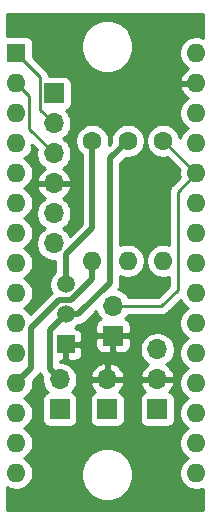
<source format=gbr>
%TF.GenerationSoftware,KiCad,Pcbnew,(5.1.12)-1*%
%TF.CreationDate,2024-12-20T23:38:59+09:00*%
%TF.ProjectId,Cuicuit,43756963-7569-4742-9e6b-696361645f70,rev?*%
%TF.SameCoordinates,Original*%
%TF.FileFunction,Copper,L2,Bot*%
%TF.FilePolarity,Positive*%
%FSLAX46Y46*%
G04 Gerber Fmt 4.6, Leading zero omitted, Abs format (unit mm)*
G04 Created by KiCad (PCBNEW (5.1.12)-1) date 2024-12-20 23:38:59*
%MOMM*%
%LPD*%
G01*
G04 APERTURE LIST*
%TA.AperFunction,ComponentPad*%
%ADD10C,1.600000*%
%TD*%
%TA.AperFunction,ComponentPad*%
%ADD11O,1.600000X1.600000*%
%TD*%
%TA.AperFunction,ComponentPad*%
%ADD12C,1.500000*%
%TD*%
%TA.AperFunction,ComponentPad*%
%ADD13R,1.500000X1.500000*%
%TD*%
%TA.AperFunction,ComponentPad*%
%ADD14R,1.600000X1.600000*%
%TD*%
%TA.AperFunction,ComponentPad*%
%ADD15R,1.700000X1.700000*%
%TD*%
%TA.AperFunction,ComponentPad*%
%ADD16O,1.700000X1.700000*%
%TD*%
%TA.AperFunction,Conductor*%
%ADD17C,0.500000*%
%TD*%
%TA.AperFunction,Conductor*%
%ADD18C,0.250000*%
%TD*%
%TA.AperFunction,Conductor*%
%ADD19C,0.254000*%
%TD*%
%TA.AperFunction,Conductor*%
%ADD20C,0.100000*%
%TD*%
G04 APERTURE END LIST*
D10*
%TO.P,1N4007,1*%
%TO.N,Net-(1N4007-Pad1)*%
X140540000Y-118180000D03*
D11*
%TO.P,1N4007,2*%
%TO.N,+3.3VADC*%
X140540000Y-128340000D03*
%TD*%
D12*
%TO.P,2SC1815,2*%
%TO.N,Net-(1N4007-Pad1)*%
X135290000Y-132890000D03*
%TO.P,2SC1815,3*%
%TO.N,Net-(2SC1815-Pad3)*%
X135290000Y-130350000D03*
D13*
%TO.P,2SC1815,1*%
%TO.N,0*%
X135290000Y-135430000D03*
%TD*%
D14*
%TO.P,Arduino_nano_33_ble1,1*%
%TO.N,RX*%
X131095001Y-110765001D03*
D11*
%TO.P,Arduino_nano_33_ble1,17*%
%TO.N,+3.3VADC*%
X146335001Y-143785001D03*
%TO.P,Arduino_nano_33_ble1,2*%
%TO.N,TX*%
X131095001Y-113305001D03*
%TO.P,Arduino_nano_33_ble1,18*%
%TO.N,Net-(Arduino_nano_33_ble1-Pad18)*%
X146335001Y-141245001D03*
%TO.P,Arduino_nano_33_ble1,3*%
%TO.N,Net-(Arduino_nano_33_ble1-Pad3)*%
X131095001Y-115845001D03*
%TO.P,Arduino_nano_33_ble1,19*%
%TO.N,Net-(Arduino_nano_33_ble1-Pad19)*%
X146335001Y-138705001D03*
%TO.P,Arduino_nano_33_ble1,4*%
%TO.N,0*%
X131095001Y-118385001D03*
%TO.P,Arduino_nano_33_ble1,20*%
%TO.N,Net-(Arduino_nano_33_ble1-Pad20)*%
X146335001Y-136165001D03*
%TO.P,Arduino_nano_33_ble1,5*%
%TO.N,Net-(Arduino_nano_33_ble1-Pad5)*%
X131095001Y-120925001D03*
%TO.P,Arduino_nano_33_ble1,21*%
%TO.N,Net-(Arduino_nano_33_ble1-Pad21)*%
X146335001Y-133625001D03*
%TO.P,Arduino_nano_33_ble1,6*%
%TO.N,Net-(Arduino_nano_33_ble1-Pad6)*%
X131095001Y-123465001D03*
%TO.P,Arduino_nano_33_ble1,22*%
%TO.N,Net-(Arduino_nano_33_ble1-Pad22)*%
X146335001Y-131085001D03*
%TO.P,Arduino_nano_33_ble1,7*%
%TO.N,Net-(Arduino_nano_33_ble1-Pad7)*%
X131095001Y-126005001D03*
%TO.P,Arduino_nano_33_ble1,23*%
%TO.N,Net-(Arduino_nano_33_ble1-Pad23)*%
X146335001Y-128545001D03*
%TO.P,Arduino_nano_33_ble1,8*%
%TO.N,Net-(Arduino_nano_33_ble1-Pad8)*%
X131095001Y-128545001D03*
%TO.P,Arduino_nano_33_ble1,24*%
%TO.N,Net-(Arduino_nano_33_ble1-Pad24)*%
X146335001Y-126005001D03*
%TO.P,Arduino_nano_33_ble1,9*%
%TO.N,Net-(Arduino_nano_33_ble1-Pad9)*%
X131095001Y-131085001D03*
%TO.P,Arduino_nano_33_ble1,25*%
%TO.N,Net-(Arduino_nano_33_ble1-Pad25)*%
X146335001Y-123465001D03*
%TO.P,Arduino_nano_33_ble1,10*%
%TO.N,Net-(Arduino_nano_33_ble1-Pad10)*%
X131095001Y-133625001D03*
%TO.P,Arduino_nano_33_ble1,26*%
%TO.N,A7*%
X146335001Y-120925001D03*
%TO.P,Arduino_nano_33_ble1,11*%
%TO.N,Net-(Arduino_nano_33_ble1-Pad11)*%
X131095001Y-136165001D03*
%TO.P,Arduino_nano_33_ble1,27*%
%TO.N,Net-(Arduino_nano_33_ble1-Pad27)*%
X146335001Y-118385001D03*
%TO.P,Arduino_nano_33_ble1,12*%
%TO.N,D9*%
X131095001Y-138705001D03*
%TO.P,Arduino_nano_33_ble1,28*%
%TO.N,Net-(Arduino_nano_33_ble1-Pad28)*%
X146335001Y-115845001D03*
%TO.P,Arduino_nano_33_ble1,13*%
%TO.N,Net-(Arduino_nano_33_ble1-Pad13)*%
X131095001Y-141245001D03*
%TO.P,Arduino_nano_33_ble1,29*%
%TO.N,0*%
X146335001Y-113305001D03*
%TO.P,Arduino_nano_33_ble1,14*%
%TO.N,Net-(Arduino_nano_33_ble1-Pad14)*%
X131095001Y-143785001D03*
%TO.P,Arduino_nano_33_ble1,30*%
%TO.N,Net-(Arduino_nano_33_ble1-Pad30)*%
X146335001Y-110765001D03*
%TO.P,Arduino_nano_33_ble1,15*%
%TO.N,Net-(Arduino_nano_33_ble1-Pad15)*%
X131095001Y-146325001D03*
%TO.P,Arduino_nano_33_ble1,16*%
%TO.N,Net-(Arduino_nano_33_ble1-Pad16)*%
X146335001Y-146325001D03*
%TD*%
D15*
%TO.P,Bend,1*%
%TO.N,0*%
X139290000Y-134680000D03*
D16*
%TO.P,Bend,2*%
%TO.N,A7*%
X139290000Y-132140000D03*
%TD*%
D15*
%TO.P,BLE,1*%
%TO.N,Net-(Bluetooth1-Pad1)*%
X134290000Y-114180000D03*
D16*
%TO.P,BLE,2*%
%TO.N,RX*%
X134290000Y-116720000D03*
%TO.P,BLE,3*%
%TO.N,TX*%
X134290000Y-119260000D03*
%TO.P,BLE,4*%
%TO.N,0*%
X134290000Y-121800000D03*
%TO.P,BLE,5*%
%TO.N,+3.3VADC*%
X134290000Y-124340000D03*
%TO.P,BLE,6*%
%TO.N,Net-(Bluetooth1-Pad6)*%
X134290000Y-126880000D03*
%TD*%
D15*
%TO.P,DCDC,1*%
%TO.N,+3V0*%
X143040000Y-140930000D03*
D16*
%TO.P,DCDC,2*%
%TO.N,0*%
X143040000Y-138390000D03*
%TO.P,DCDC,3*%
%TO.N,+3.3VADC*%
X143040000Y-135850000D03*
%TD*%
%TO.P,Motor,2*%
%TO.N,Net-(1N4007-Pad1)*%
X134790000Y-138390000D03*
D15*
%TO.P,Motor,1*%
%TO.N,+3.3VADC*%
X134790000Y-140930000D03*
%TD*%
D11*
%TO.P,R1,2*%
%TO.N,+3.3VADC*%
X143540000Y-128340000D03*
D10*
%TO.P,R1,1*%
%TO.N,A7*%
X143540000Y-118180000D03*
%TD*%
%TO.P,R2,1*%
%TO.N,Net-(2SC1815-Pad3)*%
X137540000Y-118180000D03*
D11*
%TO.P,R2,2*%
%TO.N,D9*%
X137540000Y-128340000D03*
%TD*%
D15*
%TO.P,PW,1*%
%TO.N,+3V0*%
X138790000Y-140930000D03*
D16*
%TO.P,PW,2*%
%TO.N,0*%
X138790000Y-138390000D03*
%TD*%
D17*
%TO.N,Net-(1N4007-Pad1)*%
X133940001Y-137540001D02*
X134790000Y-138390000D01*
X133940001Y-134239999D02*
X133940001Y-137540001D01*
X135290000Y-132890000D02*
X133940001Y-134239999D01*
X139040000Y-119680000D02*
X140540000Y-118180000D01*
X139040000Y-130200660D02*
X139040000Y-119680000D01*
X136350660Y-132890000D02*
X139040000Y-130200660D01*
X135290000Y-132890000D02*
X136350660Y-132890000D01*
%TO.N,Net-(2SC1815-Pad3)*%
X135290000Y-127804002D02*
X135290000Y-130350000D01*
X137540000Y-125554002D02*
X135290000Y-127804002D01*
X137540000Y-118180000D02*
X137540000Y-125554002D01*
D18*
%TO.N,RX*%
X133114999Y-115544999D02*
X134290000Y-116720000D01*
X133114999Y-112784999D02*
X133114999Y-115544999D01*
X131095001Y-110765001D02*
X133114999Y-112784999D01*
%TO.N,TX*%
X132220002Y-117190002D02*
X134290000Y-119260000D01*
X132220002Y-114430002D02*
X132220002Y-117190002D01*
X131095001Y-113305001D02*
X132220002Y-114430002D01*
%TO.N,A7*%
X143316000Y-132140000D02*
X139290000Y-132140000D01*
X143383000Y-132207000D02*
X143316000Y-132140000D01*
X144780000Y-130810000D02*
X143383000Y-132207000D01*
X144780000Y-122480002D02*
X144780000Y-130810000D01*
X146335001Y-120925001D02*
X144780000Y-122480002D01*
X146285001Y-120925001D02*
X146335001Y-120925001D01*
X143540000Y-118180000D02*
X146285001Y-120925001D01*
D17*
%TO.N,D9*%
X132345002Y-137455000D02*
X131095001Y-138705001D01*
X132345002Y-134058996D02*
X132345002Y-137455000D01*
X135726003Y-131689999D02*
X134713999Y-131689999D01*
X137540000Y-129876002D02*
X135726003Y-131689999D01*
X134713999Y-131689999D02*
X132345002Y-134058996D01*
X137540000Y-128340000D02*
X137540000Y-129876002D01*
%TD*%
D19*
%TO.N,0*%
X145063321Y-131764728D02*
X145220364Y-131999760D01*
X145420242Y-132199638D01*
X145652760Y-132355001D01*
X145420242Y-132510364D01*
X145220364Y-132710242D01*
X145063321Y-132945274D01*
X144955148Y-133206427D01*
X144900001Y-133483666D01*
X144900001Y-133766336D01*
X144955148Y-134043575D01*
X145063321Y-134304728D01*
X145220364Y-134539760D01*
X145420242Y-134739638D01*
X145652760Y-134895001D01*
X145420242Y-135050364D01*
X145220364Y-135250242D01*
X145063321Y-135485274D01*
X144955148Y-135746427D01*
X144900001Y-136023666D01*
X144900001Y-136306336D01*
X144955148Y-136583575D01*
X145063321Y-136844728D01*
X145220364Y-137079760D01*
X145420242Y-137279638D01*
X145652760Y-137435001D01*
X145420242Y-137590364D01*
X145220364Y-137790242D01*
X145063321Y-138025274D01*
X144955148Y-138286427D01*
X144900001Y-138563666D01*
X144900001Y-138846336D01*
X144955148Y-139123575D01*
X145063321Y-139384728D01*
X145220364Y-139619760D01*
X145420242Y-139819638D01*
X145652760Y-139975001D01*
X145420242Y-140130364D01*
X145220364Y-140330242D01*
X145063321Y-140565274D01*
X144955148Y-140826427D01*
X144900001Y-141103666D01*
X144900001Y-141386336D01*
X144955148Y-141663575D01*
X145063321Y-141924728D01*
X145220364Y-142159760D01*
X145420242Y-142359638D01*
X145652760Y-142515001D01*
X145420242Y-142670364D01*
X145220364Y-142870242D01*
X145063321Y-143105274D01*
X144955148Y-143366427D01*
X144900001Y-143643666D01*
X144900001Y-143926336D01*
X144955148Y-144203575D01*
X145063321Y-144464728D01*
X145220364Y-144699760D01*
X145420242Y-144899638D01*
X145652760Y-145055001D01*
X145420242Y-145210364D01*
X145220364Y-145410242D01*
X145063321Y-145645274D01*
X144955148Y-145906427D01*
X144900001Y-146183666D01*
X144900001Y-146466336D01*
X144955148Y-146743575D01*
X145063321Y-147004728D01*
X145220364Y-147239760D01*
X145420242Y-147439638D01*
X145655274Y-147596681D01*
X145916427Y-147704854D01*
X146193666Y-147760001D01*
X146476336Y-147760001D01*
X146753575Y-147704854D01*
X146913000Y-147638818D01*
X146913000Y-149445000D01*
X130275000Y-149445000D01*
X130275000Y-147502953D01*
X130415274Y-147596681D01*
X130676427Y-147704854D01*
X130953666Y-147760001D01*
X131236336Y-147760001D01*
X131513575Y-147704854D01*
X131774728Y-147596681D01*
X132009760Y-147439638D01*
X132209638Y-147239760D01*
X132366681Y-147004728D01*
X132474854Y-146743575D01*
X132530001Y-146466336D01*
X132530001Y-146209872D01*
X136555000Y-146209872D01*
X136555000Y-146650128D01*
X136640890Y-147081925D01*
X136809369Y-147488669D01*
X137053962Y-147854729D01*
X137365271Y-148166038D01*
X137731331Y-148410631D01*
X138138075Y-148579110D01*
X138569872Y-148665000D01*
X139010128Y-148665000D01*
X139441925Y-148579110D01*
X139848669Y-148410631D01*
X140214729Y-148166038D01*
X140526038Y-147854729D01*
X140770631Y-147488669D01*
X140939110Y-147081925D01*
X141025000Y-146650128D01*
X141025000Y-146209872D01*
X140939110Y-145778075D01*
X140770631Y-145371331D01*
X140526038Y-145005271D01*
X140214729Y-144693962D01*
X139848669Y-144449369D01*
X139441925Y-144280890D01*
X139010128Y-144195000D01*
X138569872Y-144195000D01*
X138138075Y-144280890D01*
X137731331Y-144449369D01*
X137365271Y-144693962D01*
X137053962Y-145005271D01*
X136809369Y-145371331D01*
X136640890Y-145778075D01*
X136555000Y-146209872D01*
X132530001Y-146209872D01*
X132530001Y-146183666D01*
X132474854Y-145906427D01*
X132366681Y-145645274D01*
X132209638Y-145410242D01*
X132009760Y-145210364D01*
X131777242Y-145055001D01*
X132009760Y-144899638D01*
X132209638Y-144699760D01*
X132366681Y-144464728D01*
X132474854Y-144203575D01*
X132530001Y-143926336D01*
X132530001Y-143643666D01*
X132474854Y-143366427D01*
X132366681Y-143105274D01*
X132209638Y-142870242D01*
X132009760Y-142670364D01*
X131777242Y-142515001D01*
X132009760Y-142359638D01*
X132209638Y-142159760D01*
X132366681Y-141924728D01*
X132474854Y-141663575D01*
X132530001Y-141386336D01*
X132530001Y-141103666D01*
X132474854Y-140826427D01*
X132366681Y-140565274D01*
X132209638Y-140330242D01*
X132009760Y-140130364D01*
X131777242Y-139975001D01*
X132009760Y-139819638D01*
X132209638Y-139619760D01*
X132366681Y-139384728D01*
X132474854Y-139123575D01*
X132530001Y-138846336D01*
X132530001Y-138563666D01*
X132523018Y-138528562D01*
X132940051Y-138111530D01*
X132973819Y-138083817D01*
X133021865Y-138025274D01*
X133060212Y-137978548D01*
X133084413Y-137949059D01*
X133119785Y-137882881D01*
X133200591Y-138034060D01*
X133283469Y-138135047D01*
X133283472Y-138135050D01*
X133311185Y-138168818D01*
X133318680Y-138174969D01*
X133305000Y-138243740D01*
X133305000Y-138536260D01*
X133362068Y-138823158D01*
X133474010Y-139093411D01*
X133636525Y-139336632D01*
X133768380Y-139468487D01*
X133695820Y-139490498D01*
X133585506Y-139549463D01*
X133488815Y-139628815D01*
X133409463Y-139725506D01*
X133350498Y-139835820D01*
X133314188Y-139955518D01*
X133301928Y-140080000D01*
X133301928Y-141780000D01*
X133314188Y-141904482D01*
X133350498Y-142024180D01*
X133409463Y-142134494D01*
X133488815Y-142231185D01*
X133585506Y-142310537D01*
X133695820Y-142369502D01*
X133815518Y-142405812D01*
X133940000Y-142418072D01*
X135640000Y-142418072D01*
X135764482Y-142405812D01*
X135884180Y-142369502D01*
X135994494Y-142310537D01*
X136091185Y-142231185D01*
X136170537Y-142134494D01*
X136229502Y-142024180D01*
X136265812Y-141904482D01*
X136278072Y-141780000D01*
X136278072Y-140080000D01*
X137301928Y-140080000D01*
X137301928Y-141780000D01*
X137314188Y-141904482D01*
X137350498Y-142024180D01*
X137409463Y-142134494D01*
X137488815Y-142231185D01*
X137585506Y-142310537D01*
X137695820Y-142369502D01*
X137815518Y-142405812D01*
X137940000Y-142418072D01*
X139640000Y-142418072D01*
X139764482Y-142405812D01*
X139884180Y-142369502D01*
X139994494Y-142310537D01*
X140091185Y-142231185D01*
X140170537Y-142134494D01*
X140229502Y-142024180D01*
X140265812Y-141904482D01*
X140278072Y-141780000D01*
X140278072Y-140080000D01*
X141551928Y-140080000D01*
X141551928Y-141780000D01*
X141564188Y-141904482D01*
X141600498Y-142024180D01*
X141659463Y-142134494D01*
X141738815Y-142231185D01*
X141835506Y-142310537D01*
X141945820Y-142369502D01*
X142065518Y-142405812D01*
X142190000Y-142418072D01*
X143890000Y-142418072D01*
X144014482Y-142405812D01*
X144134180Y-142369502D01*
X144244494Y-142310537D01*
X144341185Y-142231185D01*
X144420537Y-142134494D01*
X144479502Y-142024180D01*
X144515812Y-141904482D01*
X144528072Y-141780000D01*
X144528072Y-140080000D01*
X144515812Y-139955518D01*
X144479502Y-139835820D01*
X144420537Y-139725506D01*
X144341185Y-139628815D01*
X144244494Y-139549463D01*
X144134180Y-139490498D01*
X144053534Y-139466034D01*
X144137588Y-139390269D01*
X144311641Y-139156920D01*
X144436825Y-138894099D01*
X144481476Y-138746890D01*
X144360155Y-138517000D01*
X143167000Y-138517000D01*
X143167000Y-138537000D01*
X142913000Y-138537000D01*
X142913000Y-138517000D01*
X141719845Y-138517000D01*
X141598524Y-138746890D01*
X141643175Y-138894099D01*
X141768359Y-139156920D01*
X141942412Y-139390269D01*
X142026466Y-139466034D01*
X141945820Y-139490498D01*
X141835506Y-139549463D01*
X141738815Y-139628815D01*
X141659463Y-139725506D01*
X141600498Y-139835820D01*
X141564188Y-139955518D01*
X141551928Y-140080000D01*
X140278072Y-140080000D01*
X140265812Y-139955518D01*
X140229502Y-139835820D01*
X140170537Y-139725506D01*
X140091185Y-139628815D01*
X139994494Y-139549463D01*
X139884180Y-139490498D01*
X139803534Y-139466034D01*
X139887588Y-139390269D01*
X140061641Y-139156920D01*
X140186825Y-138894099D01*
X140231476Y-138746890D01*
X140110155Y-138517000D01*
X138917000Y-138517000D01*
X138917000Y-138537000D01*
X138663000Y-138537000D01*
X138663000Y-138517000D01*
X137469845Y-138517000D01*
X137348524Y-138746890D01*
X137393175Y-138894099D01*
X137518359Y-139156920D01*
X137692412Y-139390269D01*
X137776466Y-139466034D01*
X137695820Y-139490498D01*
X137585506Y-139549463D01*
X137488815Y-139628815D01*
X137409463Y-139725506D01*
X137350498Y-139835820D01*
X137314188Y-139955518D01*
X137301928Y-140080000D01*
X136278072Y-140080000D01*
X136265812Y-139955518D01*
X136229502Y-139835820D01*
X136170537Y-139725506D01*
X136091185Y-139628815D01*
X135994494Y-139549463D01*
X135884180Y-139490498D01*
X135811620Y-139468487D01*
X135943475Y-139336632D01*
X136105990Y-139093411D01*
X136217932Y-138823158D01*
X136275000Y-138536260D01*
X136275000Y-138243740D01*
X136233103Y-138033110D01*
X137348524Y-138033110D01*
X137469845Y-138263000D01*
X138663000Y-138263000D01*
X138663000Y-137069186D01*
X138917000Y-137069186D01*
X138917000Y-138263000D01*
X140110155Y-138263000D01*
X140231476Y-138033110D01*
X140186825Y-137885901D01*
X140061641Y-137623080D01*
X139887588Y-137389731D01*
X139671355Y-137194822D01*
X139421252Y-137045843D01*
X139146891Y-136948519D01*
X138917000Y-137069186D01*
X138663000Y-137069186D01*
X138433109Y-136948519D01*
X138158748Y-137045843D01*
X137908645Y-137194822D01*
X137692412Y-137389731D01*
X137518359Y-137623080D01*
X137393175Y-137885901D01*
X137348524Y-138033110D01*
X136233103Y-138033110D01*
X136217932Y-137956842D01*
X136105990Y-137686589D01*
X135943475Y-137443368D01*
X135736632Y-137236525D01*
X135493411Y-137074010D01*
X135223158Y-136962068D01*
X134936260Y-136905000D01*
X134825001Y-136905000D01*
X134825001Y-136816186D01*
X135004250Y-136815000D01*
X135163000Y-136656250D01*
X135163000Y-135557000D01*
X135417000Y-135557000D01*
X135417000Y-136656250D01*
X135575750Y-136815000D01*
X136040000Y-136818072D01*
X136164482Y-136805812D01*
X136284180Y-136769502D01*
X136394494Y-136710537D01*
X136491185Y-136631185D01*
X136570537Y-136534494D01*
X136629502Y-136424180D01*
X136665812Y-136304482D01*
X136678072Y-136180000D01*
X136675000Y-135715750D01*
X136516250Y-135557000D01*
X135417000Y-135557000D01*
X135163000Y-135557000D01*
X135143000Y-135557000D01*
X135143000Y-135530000D01*
X137801928Y-135530000D01*
X137814188Y-135654482D01*
X137850498Y-135774180D01*
X137909463Y-135884494D01*
X137988815Y-135981185D01*
X138085506Y-136060537D01*
X138195820Y-136119502D01*
X138315518Y-136155812D01*
X138440000Y-136168072D01*
X139004250Y-136165000D01*
X139163000Y-136006250D01*
X139163000Y-134807000D01*
X139417000Y-134807000D01*
X139417000Y-136006250D01*
X139575750Y-136165000D01*
X140140000Y-136168072D01*
X140264482Y-136155812D01*
X140384180Y-136119502D01*
X140494494Y-136060537D01*
X140591185Y-135981185D01*
X140670537Y-135884494D01*
X140729502Y-135774180D01*
X140750869Y-135703740D01*
X141555000Y-135703740D01*
X141555000Y-135996260D01*
X141612068Y-136283158D01*
X141724010Y-136553411D01*
X141886525Y-136796632D01*
X142093368Y-137003475D01*
X142275534Y-137125195D01*
X142158645Y-137194822D01*
X141942412Y-137389731D01*
X141768359Y-137623080D01*
X141643175Y-137885901D01*
X141598524Y-138033110D01*
X141719845Y-138263000D01*
X142913000Y-138263000D01*
X142913000Y-138243000D01*
X143167000Y-138243000D01*
X143167000Y-138263000D01*
X144360155Y-138263000D01*
X144481476Y-138033110D01*
X144436825Y-137885901D01*
X144311641Y-137623080D01*
X144137588Y-137389731D01*
X143921355Y-137194822D01*
X143804466Y-137125195D01*
X143986632Y-137003475D01*
X144193475Y-136796632D01*
X144355990Y-136553411D01*
X144467932Y-136283158D01*
X144525000Y-135996260D01*
X144525000Y-135703740D01*
X144467932Y-135416842D01*
X144355990Y-135146589D01*
X144193475Y-134903368D01*
X143986632Y-134696525D01*
X143743411Y-134534010D01*
X143473158Y-134422068D01*
X143186260Y-134365000D01*
X142893740Y-134365000D01*
X142606842Y-134422068D01*
X142336589Y-134534010D01*
X142093368Y-134696525D01*
X141886525Y-134903368D01*
X141724010Y-135146589D01*
X141612068Y-135416842D01*
X141555000Y-135703740D01*
X140750869Y-135703740D01*
X140765812Y-135654482D01*
X140778072Y-135530000D01*
X140775000Y-134965750D01*
X140616250Y-134807000D01*
X139417000Y-134807000D01*
X139163000Y-134807000D01*
X137963750Y-134807000D01*
X137805000Y-134965750D01*
X137801928Y-135530000D01*
X135143000Y-135530000D01*
X135143000Y-135303000D01*
X135163000Y-135303000D01*
X135163000Y-135283000D01*
X135417000Y-135283000D01*
X135417000Y-135303000D01*
X136516250Y-135303000D01*
X136675000Y-135144250D01*
X136678072Y-134680000D01*
X136665812Y-134555518D01*
X136629502Y-134435820D01*
X136570537Y-134325506D01*
X136491185Y-134228815D01*
X136394494Y-134149463D01*
X136284180Y-134090498D01*
X136164482Y-134054188D01*
X136056517Y-134043555D01*
X136172886Y-133965799D01*
X136360359Y-133778326D01*
X136394129Y-133775000D01*
X136394137Y-133775000D01*
X136524150Y-133762195D01*
X136690973Y-133711589D01*
X136844719Y-133629411D01*
X136979477Y-133518817D01*
X137007194Y-133485044D01*
X137878766Y-132613472D01*
X137974010Y-132843411D01*
X138136525Y-133086632D01*
X138268380Y-133218487D01*
X138195820Y-133240498D01*
X138085506Y-133299463D01*
X137988815Y-133378815D01*
X137909463Y-133475506D01*
X137850498Y-133585820D01*
X137814188Y-133705518D01*
X137801928Y-133830000D01*
X137805000Y-134394250D01*
X137963750Y-134553000D01*
X139163000Y-134553000D01*
X139163000Y-134533000D01*
X139417000Y-134533000D01*
X139417000Y-134553000D01*
X140616250Y-134553000D01*
X140775000Y-134394250D01*
X140778072Y-133830000D01*
X140765812Y-133705518D01*
X140729502Y-133585820D01*
X140670537Y-133475506D01*
X140591185Y-133378815D01*
X140494494Y-133299463D01*
X140384180Y-133240498D01*
X140311620Y-133218487D01*
X140443475Y-133086632D01*
X140568178Y-132900000D01*
X143067282Y-132900000D01*
X143090754Y-132912546D01*
X143198648Y-132945274D01*
X143234014Y-132956002D01*
X143382999Y-132970676D01*
X143383000Y-132970676D01*
X143531985Y-132956002D01*
X143675246Y-132912546D01*
X143807276Y-132841974D01*
X143894002Y-132770799D01*
X143894007Y-132770794D01*
X143923000Y-132747000D01*
X143946793Y-132718008D01*
X145015507Y-131649295D01*
X145063321Y-131764728D01*
%TA.AperFunction,Conductor*%
D20*
G36*
X145063321Y-131764728D02*
G01*
X145220364Y-131999760D01*
X145420242Y-132199638D01*
X145652760Y-132355001D01*
X145420242Y-132510364D01*
X145220364Y-132710242D01*
X145063321Y-132945274D01*
X144955148Y-133206427D01*
X144900001Y-133483666D01*
X144900001Y-133766336D01*
X144955148Y-134043575D01*
X145063321Y-134304728D01*
X145220364Y-134539760D01*
X145420242Y-134739638D01*
X145652760Y-134895001D01*
X145420242Y-135050364D01*
X145220364Y-135250242D01*
X145063321Y-135485274D01*
X144955148Y-135746427D01*
X144900001Y-136023666D01*
X144900001Y-136306336D01*
X144955148Y-136583575D01*
X145063321Y-136844728D01*
X145220364Y-137079760D01*
X145420242Y-137279638D01*
X145652760Y-137435001D01*
X145420242Y-137590364D01*
X145220364Y-137790242D01*
X145063321Y-138025274D01*
X144955148Y-138286427D01*
X144900001Y-138563666D01*
X144900001Y-138846336D01*
X144955148Y-139123575D01*
X145063321Y-139384728D01*
X145220364Y-139619760D01*
X145420242Y-139819638D01*
X145652760Y-139975001D01*
X145420242Y-140130364D01*
X145220364Y-140330242D01*
X145063321Y-140565274D01*
X144955148Y-140826427D01*
X144900001Y-141103666D01*
X144900001Y-141386336D01*
X144955148Y-141663575D01*
X145063321Y-141924728D01*
X145220364Y-142159760D01*
X145420242Y-142359638D01*
X145652760Y-142515001D01*
X145420242Y-142670364D01*
X145220364Y-142870242D01*
X145063321Y-143105274D01*
X144955148Y-143366427D01*
X144900001Y-143643666D01*
X144900001Y-143926336D01*
X144955148Y-144203575D01*
X145063321Y-144464728D01*
X145220364Y-144699760D01*
X145420242Y-144899638D01*
X145652760Y-145055001D01*
X145420242Y-145210364D01*
X145220364Y-145410242D01*
X145063321Y-145645274D01*
X144955148Y-145906427D01*
X144900001Y-146183666D01*
X144900001Y-146466336D01*
X144955148Y-146743575D01*
X145063321Y-147004728D01*
X145220364Y-147239760D01*
X145420242Y-147439638D01*
X145655274Y-147596681D01*
X145916427Y-147704854D01*
X146193666Y-147760001D01*
X146476336Y-147760001D01*
X146753575Y-147704854D01*
X146913000Y-147638818D01*
X146913000Y-149445000D01*
X130275000Y-149445000D01*
X130275000Y-147502953D01*
X130415274Y-147596681D01*
X130676427Y-147704854D01*
X130953666Y-147760001D01*
X131236336Y-147760001D01*
X131513575Y-147704854D01*
X131774728Y-147596681D01*
X132009760Y-147439638D01*
X132209638Y-147239760D01*
X132366681Y-147004728D01*
X132474854Y-146743575D01*
X132530001Y-146466336D01*
X132530001Y-146209872D01*
X136555000Y-146209872D01*
X136555000Y-146650128D01*
X136640890Y-147081925D01*
X136809369Y-147488669D01*
X137053962Y-147854729D01*
X137365271Y-148166038D01*
X137731331Y-148410631D01*
X138138075Y-148579110D01*
X138569872Y-148665000D01*
X139010128Y-148665000D01*
X139441925Y-148579110D01*
X139848669Y-148410631D01*
X140214729Y-148166038D01*
X140526038Y-147854729D01*
X140770631Y-147488669D01*
X140939110Y-147081925D01*
X141025000Y-146650128D01*
X141025000Y-146209872D01*
X140939110Y-145778075D01*
X140770631Y-145371331D01*
X140526038Y-145005271D01*
X140214729Y-144693962D01*
X139848669Y-144449369D01*
X139441925Y-144280890D01*
X139010128Y-144195000D01*
X138569872Y-144195000D01*
X138138075Y-144280890D01*
X137731331Y-144449369D01*
X137365271Y-144693962D01*
X137053962Y-145005271D01*
X136809369Y-145371331D01*
X136640890Y-145778075D01*
X136555000Y-146209872D01*
X132530001Y-146209872D01*
X132530001Y-146183666D01*
X132474854Y-145906427D01*
X132366681Y-145645274D01*
X132209638Y-145410242D01*
X132009760Y-145210364D01*
X131777242Y-145055001D01*
X132009760Y-144899638D01*
X132209638Y-144699760D01*
X132366681Y-144464728D01*
X132474854Y-144203575D01*
X132530001Y-143926336D01*
X132530001Y-143643666D01*
X132474854Y-143366427D01*
X132366681Y-143105274D01*
X132209638Y-142870242D01*
X132009760Y-142670364D01*
X131777242Y-142515001D01*
X132009760Y-142359638D01*
X132209638Y-142159760D01*
X132366681Y-141924728D01*
X132474854Y-141663575D01*
X132530001Y-141386336D01*
X132530001Y-141103666D01*
X132474854Y-140826427D01*
X132366681Y-140565274D01*
X132209638Y-140330242D01*
X132009760Y-140130364D01*
X131777242Y-139975001D01*
X132009760Y-139819638D01*
X132209638Y-139619760D01*
X132366681Y-139384728D01*
X132474854Y-139123575D01*
X132530001Y-138846336D01*
X132530001Y-138563666D01*
X132523018Y-138528562D01*
X132940051Y-138111530D01*
X132973819Y-138083817D01*
X133021865Y-138025274D01*
X133060212Y-137978548D01*
X133084413Y-137949059D01*
X133119785Y-137882881D01*
X133200591Y-138034060D01*
X133283469Y-138135047D01*
X133283472Y-138135050D01*
X133311185Y-138168818D01*
X133318680Y-138174969D01*
X133305000Y-138243740D01*
X133305000Y-138536260D01*
X133362068Y-138823158D01*
X133474010Y-139093411D01*
X133636525Y-139336632D01*
X133768380Y-139468487D01*
X133695820Y-139490498D01*
X133585506Y-139549463D01*
X133488815Y-139628815D01*
X133409463Y-139725506D01*
X133350498Y-139835820D01*
X133314188Y-139955518D01*
X133301928Y-140080000D01*
X133301928Y-141780000D01*
X133314188Y-141904482D01*
X133350498Y-142024180D01*
X133409463Y-142134494D01*
X133488815Y-142231185D01*
X133585506Y-142310537D01*
X133695820Y-142369502D01*
X133815518Y-142405812D01*
X133940000Y-142418072D01*
X135640000Y-142418072D01*
X135764482Y-142405812D01*
X135884180Y-142369502D01*
X135994494Y-142310537D01*
X136091185Y-142231185D01*
X136170537Y-142134494D01*
X136229502Y-142024180D01*
X136265812Y-141904482D01*
X136278072Y-141780000D01*
X136278072Y-140080000D01*
X137301928Y-140080000D01*
X137301928Y-141780000D01*
X137314188Y-141904482D01*
X137350498Y-142024180D01*
X137409463Y-142134494D01*
X137488815Y-142231185D01*
X137585506Y-142310537D01*
X137695820Y-142369502D01*
X137815518Y-142405812D01*
X137940000Y-142418072D01*
X139640000Y-142418072D01*
X139764482Y-142405812D01*
X139884180Y-142369502D01*
X139994494Y-142310537D01*
X140091185Y-142231185D01*
X140170537Y-142134494D01*
X140229502Y-142024180D01*
X140265812Y-141904482D01*
X140278072Y-141780000D01*
X140278072Y-140080000D01*
X141551928Y-140080000D01*
X141551928Y-141780000D01*
X141564188Y-141904482D01*
X141600498Y-142024180D01*
X141659463Y-142134494D01*
X141738815Y-142231185D01*
X141835506Y-142310537D01*
X141945820Y-142369502D01*
X142065518Y-142405812D01*
X142190000Y-142418072D01*
X143890000Y-142418072D01*
X144014482Y-142405812D01*
X144134180Y-142369502D01*
X144244494Y-142310537D01*
X144341185Y-142231185D01*
X144420537Y-142134494D01*
X144479502Y-142024180D01*
X144515812Y-141904482D01*
X144528072Y-141780000D01*
X144528072Y-140080000D01*
X144515812Y-139955518D01*
X144479502Y-139835820D01*
X144420537Y-139725506D01*
X144341185Y-139628815D01*
X144244494Y-139549463D01*
X144134180Y-139490498D01*
X144053534Y-139466034D01*
X144137588Y-139390269D01*
X144311641Y-139156920D01*
X144436825Y-138894099D01*
X144481476Y-138746890D01*
X144360155Y-138517000D01*
X143167000Y-138517000D01*
X143167000Y-138537000D01*
X142913000Y-138537000D01*
X142913000Y-138517000D01*
X141719845Y-138517000D01*
X141598524Y-138746890D01*
X141643175Y-138894099D01*
X141768359Y-139156920D01*
X141942412Y-139390269D01*
X142026466Y-139466034D01*
X141945820Y-139490498D01*
X141835506Y-139549463D01*
X141738815Y-139628815D01*
X141659463Y-139725506D01*
X141600498Y-139835820D01*
X141564188Y-139955518D01*
X141551928Y-140080000D01*
X140278072Y-140080000D01*
X140265812Y-139955518D01*
X140229502Y-139835820D01*
X140170537Y-139725506D01*
X140091185Y-139628815D01*
X139994494Y-139549463D01*
X139884180Y-139490498D01*
X139803534Y-139466034D01*
X139887588Y-139390269D01*
X140061641Y-139156920D01*
X140186825Y-138894099D01*
X140231476Y-138746890D01*
X140110155Y-138517000D01*
X138917000Y-138517000D01*
X138917000Y-138537000D01*
X138663000Y-138537000D01*
X138663000Y-138517000D01*
X137469845Y-138517000D01*
X137348524Y-138746890D01*
X137393175Y-138894099D01*
X137518359Y-139156920D01*
X137692412Y-139390269D01*
X137776466Y-139466034D01*
X137695820Y-139490498D01*
X137585506Y-139549463D01*
X137488815Y-139628815D01*
X137409463Y-139725506D01*
X137350498Y-139835820D01*
X137314188Y-139955518D01*
X137301928Y-140080000D01*
X136278072Y-140080000D01*
X136265812Y-139955518D01*
X136229502Y-139835820D01*
X136170537Y-139725506D01*
X136091185Y-139628815D01*
X135994494Y-139549463D01*
X135884180Y-139490498D01*
X135811620Y-139468487D01*
X135943475Y-139336632D01*
X136105990Y-139093411D01*
X136217932Y-138823158D01*
X136275000Y-138536260D01*
X136275000Y-138243740D01*
X136233103Y-138033110D01*
X137348524Y-138033110D01*
X137469845Y-138263000D01*
X138663000Y-138263000D01*
X138663000Y-137069186D01*
X138917000Y-137069186D01*
X138917000Y-138263000D01*
X140110155Y-138263000D01*
X140231476Y-138033110D01*
X140186825Y-137885901D01*
X140061641Y-137623080D01*
X139887588Y-137389731D01*
X139671355Y-137194822D01*
X139421252Y-137045843D01*
X139146891Y-136948519D01*
X138917000Y-137069186D01*
X138663000Y-137069186D01*
X138433109Y-136948519D01*
X138158748Y-137045843D01*
X137908645Y-137194822D01*
X137692412Y-137389731D01*
X137518359Y-137623080D01*
X137393175Y-137885901D01*
X137348524Y-138033110D01*
X136233103Y-138033110D01*
X136217932Y-137956842D01*
X136105990Y-137686589D01*
X135943475Y-137443368D01*
X135736632Y-137236525D01*
X135493411Y-137074010D01*
X135223158Y-136962068D01*
X134936260Y-136905000D01*
X134825001Y-136905000D01*
X134825001Y-136816186D01*
X135004250Y-136815000D01*
X135163000Y-136656250D01*
X135163000Y-135557000D01*
X135417000Y-135557000D01*
X135417000Y-136656250D01*
X135575750Y-136815000D01*
X136040000Y-136818072D01*
X136164482Y-136805812D01*
X136284180Y-136769502D01*
X136394494Y-136710537D01*
X136491185Y-136631185D01*
X136570537Y-136534494D01*
X136629502Y-136424180D01*
X136665812Y-136304482D01*
X136678072Y-136180000D01*
X136675000Y-135715750D01*
X136516250Y-135557000D01*
X135417000Y-135557000D01*
X135163000Y-135557000D01*
X135143000Y-135557000D01*
X135143000Y-135530000D01*
X137801928Y-135530000D01*
X137814188Y-135654482D01*
X137850498Y-135774180D01*
X137909463Y-135884494D01*
X137988815Y-135981185D01*
X138085506Y-136060537D01*
X138195820Y-136119502D01*
X138315518Y-136155812D01*
X138440000Y-136168072D01*
X139004250Y-136165000D01*
X139163000Y-136006250D01*
X139163000Y-134807000D01*
X139417000Y-134807000D01*
X139417000Y-136006250D01*
X139575750Y-136165000D01*
X140140000Y-136168072D01*
X140264482Y-136155812D01*
X140384180Y-136119502D01*
X140494494Y-136060537D01*
X140591185Y-135981185D01*
X140670537Y-135884494D01*
X140729502Y-135774180D01*
X140750869Y-135703740D01*
X141555000Y-135703740D01*
X141555000Y-135996260D01*
X141612068Y-136283158D01*
X141724010Y-136553411D01*
X141886525Y-136796632D01*
X142093368Y-137003475D01*
X142275534Y-137125195D01*
X142158645Y-137194822D01*
X141942412Y-137389731D01*
X141768359Y-137623080D01*
X141643175Y-137885901D01*
X141598524Y-138033110D01*
X141719845Y-138263000D01*
X142913000Y-138263000D01*
X142913000Y-138243000D01*
X143167000Y-138243000D01*
X143167000Y-138263000D01*
X144360155Y-138263000D01*
X144481476Y-138033110D01*
X144436825Y-137885901D01*
X144311641Y-137623080D01*
X144137588Y-137389731D01*
X143921355Y-137194822D01*
X143804466Y-137125195D01*
X143986632Y-137003475D01*
X144193475Y-136796632D01*
X144355990Y-136553411D01*
X144467932Y-136283158D01*
X144525000Y-135996260D01*
X144525000Y-135703740D01*
X144467932Y-135416842D01*
X144355990Y-135146589D01*
X144193475Y-134903368D01*
X143986632Y-134696525D01*
X143743411Y-134534010D01*
X143473158Y-134422068D01*
X143186260Y-134365000D01*
X142893740Y-134365000D01*
X142606842Y-134422068D01*
X142336589Y-134534010D01*
X142093368Y-134696525D01*
X141886525Y-134903368D01*
X141724010Y-135146589D01*
X141612068Y-135416842D01*
X141555000Y-135703740D01*
X140750869Y-135703740D01*
X140765812Y-135654482D01*
X140778072Y-135530000D01*
X140775000Y-134965750D01*
X140616250Y-134807000D01*
X139417000Y-134807000D01*
X139163000Y-134807000D01*
X137963750Y-134807000D01*
X137805000Y-134965750D01*
X137801928Y-135530000D01*
X135143000Y-135530000D01*
X135143000Y-135303000D01*
X135163000Y-135303000D01*
X135163000Y-135283000D01*
X135417000Y-135283000D01*
X135417000Y-135303000D01*
X136516250Y-135303000D01*
X136675000Y-135144250D01*
X136678072Y-134680000D01*
X136665812Y-134555518D01*
X136629502Y-134435820D01*
X136570537Y-134325506D01*
X136491185Y-134228815D01*
X136394494Y-134149463D01*
X136284180Y-134090498D01*
X136164482Y-134054188D01*
X136056517Y-134043555D01*
X136172886Y-133965799D01*
X136360359Y-133778326D01*
X136394129Y-133775000D01*
X136394137Y-133775000D01*
X136524150Y-133762195D01*
X136690973Y-133711589D01*
X136844719Y-133629411D01*
X136979477Y-133518817D01*
X137007194Y-133485044D01*
X137878766Y-132613472D01*
X137974010Y-132843411D01*
X138136525Y-133086632D01*
X138268380Y-133218487D01*
X138195820Y-133240498D01*
X138085506Y-133299463D01*
X137988815Y-133378815D01*
X137909463Y-133475506D01*
X137850498Y-133585820D01*
X137814188Y-133705518D01*
X137801928Y-133830000D01*
X137805000Y-134394250D01*
X137963750Y-134553000D01*
X139163000Y-134553000D01*
X139163000Y-134533000D01*
X139417000Y-134533000D01*
X139417000Y-134553000D01*
X140616250Y-134553000D01*
X140775000Y-134394250D01*
X140778072Y-133830000D01*
X140765812Y-133705518D01*
X140729502Y-133585820D01*
X140670537Y-133475506D01*
X140591185Y-133378815D01*
X140494494Y-133299463D01*
X140384180Y-133240498D01*
X140311620Y-133218487D01*
X140443475Y-133086632D01*
X140568178Y-132900000D01*
X143067282Y-132900000D01*
X143090754Y-132912546D01*
X143198648Y-132945274D01*
X143234014Y-132956002D01*
X143382999Y-132970676D01*
X143383000Y-132970676D01*
X143531985Y-132956002D01*
X143675246Y-132912546D01*
X143807276Y-132841974D01*
X143894002Y-132770799D01*
X143894007Y-132770794D01*
X143923000Y-132747000D01*
X143946793Y-132718008D01*
X145015507Y-131649295D01*
X145063321Y-131764728D01*
G37*
%TD.AperFunction*%
D19*
X146913000Y-109451184D02*
X146753575Y-109385148D01*
X146476336Y-109330001D01*
X146193666Y-109330001D01*
X145916427Y-109385148D01*
X145655274Y-109493321D01*
X145420242Y-109650364D01*
X145220364Y-109850242D01*
X145063321Y-110085274D01*
X144955148Y-110346427D01*
X144900001Y-110623666D01*
X144900001Y-110906336D01*
X144955148Y-111183575D01*
X145063321Y-111444728D01*
X145220364Y-111679760D01*
X145420242Y-111879638D01*
X145655274Y-112036681D01*
X145665866Y-112041068D01*
X145479870Y-112152616D01*
X145271482Y-112341587D01*
X145103964Y-112567581D01*
X144983755Y-112821914D01*
X144943097Y-112955962D01*
X145065086Y-113178001D01*
X146208001Y-113178001D01*
X146208001Y-113158001D01*
X146462001Y-113158001D01*
X146462001Y-113178001D01*
X146482001Y-113178001D01*
X146482001Y-113432001D01*
X146462001Y-113432001D01*
X146462001Y-113452001D01*
X146208001Y-113452001D01*
X146208001Y-113432001D01*
X145065086Y-113432001D01*
X144943097Y-113654040D01*
X144983755Y-113788088D01*
X145103964Y-114042421D01*
X145271482Y-114268415D01*
X145479870Y-114457386D01*
X145665866Y-114568934D01*
X145655274Y-114573321D01*
X145420242Y-114730364D01*
X145220364Y-114930242D01*
X145063321Y-115165274D01*
X144955148Y-115426427D01*
X144900001Y-115703666D01*
X144900001Y-115986336D01*
X144955148Y-116263575D01*
X145063321Y-116524728D01*
X145220364Y-116759760D01*
X145420242Y-116959638D01*
X145652760Y-117115001D01*
X145420242Y-117270364D01*
X145220364Y-117470242D01*
X145063321Y-117705274D01*
X144958852Y-117957485D01*
X144919853Y-117761426D01*
X144811680Y-117500273D01*
X144654637Y-117265241D01*
X144454759Y-117065363D01*
X144219727Y-116908320D01*
X143958574Y-116800147D01*
X143681335Y-116745000D01*
X143398665Y-116745000D01*
X143121426Y-116800147D01*
X142860273Y-116908320D01*
X142625241Y-117065363D01*
X142425363Y-117265241D01*
X142268320Y-117500273D01*
X142160147Y-117761426D01*
X142105000Y-118038665D01*
X142105000Y-118321335D01*
X142160147Y-118598574D01*
X142268320Y-118859727D01*
X142425363Y-119094759D01*
X142625241Y-119294637D01*
X142860273Y-119451680D01*
X143121426Y-119559853D01*
X143398665Y-119615000D01*
X143681335Y-119615000D01*
X143863886Y-119578688D01*
X144928018Y-120642819D01*
X144900001Y-120783666D01*
X144900001Y-121066336D01*
X144936313Y-121248887D01*
X144269003Y-121916198D01*
X144239999Y-121940001D01*
X144184871Y-122007176D01*
X144145026Y-122055726D01*
X144129300Y-122085148D01*
X144074454Y-122187756D01*
X144030997Y-122331017D01*
X144020000Y-122442670D01*
X144020000Y-122442680D01*
X144016324Y-122480002D01*
X144020000Y-122517324D01*
X144020001Y-126985591D01*
X143958574Y-126960147D01*
X143681335Y-126905000D01*
X143398665Y-126905000D01*
X143121426Y-126960147D01*
X142860273Y-127068320D01*
X142625241Y-127225363D01*
X142425363Y-127425241D01*
X142268320Y-127660273D01*
X142160147Y-127921426D01*
X142105000Y-128198665D01*
X142105000Y-128481335D01*
X142160147Y-128758574D01*
X142268320Y-129019727D01*
X142425363Y-129254759D01*
X142625241Y-129454637D01*
X142860273Y-129611680D01*
X143121426Y-129719853D01*
X143398665Y-129775000D01*
X143681335Y-129775000D01*
X143958574Y-129719853D01*
X144020001Y-129694409D01*
X144020001Y-130495197D01*
X143135199Y-131380000D01*
X140568178Y-131380000D01*
X140443475Y-131193368D01*
X140236632Y-130986525D01*
X139993411Y-130824010D01*
X139754514Y-130725056D01*
X139779410Y-130694720D01*
X139779411Y-130694719D01*
X139861589Y-130540973D01*
X139912195Y-130374150D01*
X139925000Y-130244137D01*
X139925000Y-130244127D01*
X139929281Y-130200661D01*
X139925000Y-130157195D01*
X139925000Y-129638491D01*
X140121426Y-129719853D01*
X140398665Y-129775000D01*
X140681335Y-129775000D01*
X140958574Y-129719853D01*
X141219727Y-129611680D01*
X141454759Y-129454637D01*
X141654637Y-129254759D01*
X141811680Y-129019727D01*
X141919853Y-128758574D01*
X141975000Y-128481335D01*
X141975000Y-128198665D01*
X141919853Y-127921426D01*
X141811680Y-127660273D01*
X141654637Y-127425241D01*
X141454759Y-127225363D01*
X141219727Y-127068320D01*
X140958574Y-126960147D01*
X140681335Y-126905000D01*
X140398665Y-126905000D01*
X140121426Y-126960147D01*
X139925000Y-127041509D01*
X139925000Y-120046578D01*
X140363561Y-119608017D01*
X140398665Y-119615000D01*
X140681335Y-119615000D01*
X140958574Y-119559853D01*
X141219727Y-119451680D01*
X141454759Y-119294637D01*
X141654637Y-119094759D01*
X141811680Y-118859727D01*
X141919853Y-118598574D01*
X141975000Y-118321335D01*
X141975000Y-118038665D01*
X141919853Y-117761426D01*
X141811680Y-117500273D01*
X141654637Y-117265241D01*
X141454759Y-117065363D01*
X141219727Y-116908320D01*
X140958574Y-116800147D01*
X140681335Y-116745000D01*
X140398665Y-116745000D01*
X140121426Y-116800147D01*
X139860273Y-116908320D01*
X139625241Y-117065363D01*
X139425363Y-117265241D01*
X139268320Y-117500273D01*
X139160147Y-117761426D01*
X139105000Y-118038665D01*
X139105000Y-118321335D01*
X139111983Y-118356439D01*
X138932270Y-118536152D01*
X138975000Y-118321335D01*
X138975000Y-118038665D01*
X138919853Y-117761426D01*
X138811680Y-117500273D01*
X138654637Y-117265241D01*
X138454759Y-117065363D01*
X138219727Y-116908320D01*
X137958574Y-116800147D01*
X137681335Y-116745000D01*
X137398665Y-116745000D01*
X137121426Y-116800147D01*
X136860273Y-116908320D01*
X136625241Y-117065363D01*
X136425363Y-117265241D01*
X136268320Y-117500273D01*
X136160147Y-117761426D01*
X136105000Y-118038665D01*
X136105000Y-118321335D01*
X136160147Y-118598574D01*
X136268320Y-118859727D01*
X136425363Y-119094759D01*
X136625241Y-119294637D01*
X136655000Y-119314521D01*
X136655001Y-125187422D01*
X135623518Y-126218906D01*
X135605990Y-126176589D01*
X135443475Y-125933368D01*
X135236632Y-125726525D01*
X135062240Y-125610000D01*
X135236632Y-125493475D01*
X135443475Y-125286632D01*
X135605990Y-125043411D01*
X135717932Y-124773158D01*
X135775000Y-124486260D01*
X135775000Y-124193740D01*
X135717932Y-123906842D01*
X135605990Y-123636589D01*
X135443475Y-123393368D01*
X135236632Y-123186525D01*
X135054466Y-123064805D01*
X135171355Y-122995178D01*
X135387588Y-122800269D01*
X135561641Y-122566920D01*
X135686825Y-122304099D01*
X135731476Y-122156890D01*
X135610155Y-121927000D01*
X134417000Y-121927000D01*
X134417000Y-121947000D01*
X134163000Y-121947000D01*
X134163000Y-121927000D01*
X132969845Y-121927000D01*
X132848524Y-122156890D01*
X132893175Y-122304099D01*
X133018359Y-122566920D01*
X133192412Y-122800269D01*
X133408645Y-122995178D01*
X133525534Y-123064805D01*
X133343368Y-123186525D01*
X133136525Y-123393368D01*
X132974010Y-123636589D01*
X132862068Y-123906842D01*
X132805000Y-124193740D01*
X132805000Y-124486260D01*
X132862068Y-124773158D01*
X132974010Y-125043411D01*
X133136525Y-125286632D01*
X133343368Y-125493475D01*
X133517760Y-125610000D01*
X133343368Y-125726525D01*
X133136525Y-125933368D01*
X132974010Y-126176589D01*
X132862068Y-126446842D01*
X132805000Y-126733740D01*
X132805000Y-127026260D01*
X132862068Y-127313158D01*
X132974010Y-127583411D01*
X133136525Y-127826632D01*
X133343368Y-128033475D01*
X133586589Y-128195990D01*
X133856842Y-128307932D01*
X134143740Y-128365000D01*
X134405000Y-128365000D01*
X134405001Y-129276314D01*
X134214201Y-129467114D01*
X134062629Y-129693957D01*
X133958225Y-129946011D01*
X133905000Y-130213589D01*
X133905000Y-130486411D01*
X133958225Y-130753989D01*
X134062629Y-131006043D01*
X134094411Y-131053608D01*
X134085182Y-131061182D01*
X134057469Y-131094950D01*
X132302780Y-132849640D01*
X132209638Y-132710242D01*
X132009760Y-132510364D01*
X131777242Y-132355001D01*
X132009760Y-132199638D01*
X132209638Y-131999760D01*
X132366681Y-131764728D01*
X132474854Y-131503575D01*
X132530001Y-131226336D01*
X132530001Y-130943666D01*
X132474854Y-130666427D01*
X132366681Y-130405274D01*
X132209638Y-130170242D01*
X132009760Y-129970364D01*
X131777242Y-129815001D01*
X132009760Y-129659638D01*
X132209638Y-129459760D01*
X132366681Y-129224728D01*
X132474854Y-128963575D01*
X132530001Y-128686336D01*
X132530001Y-128403666D01*
X132474854Y-128126427D01*
X132366681Y-127865274D01*
X132209638Y-127630242D01*
X132009760Y-127430364D01*
X131777242Y-127275001D01*
X132009760Y-127119638D01*
X132209638Y-126919760D01*
X132366681Y-126684728D01*
X132474854Y-126423575D01*
X132530001Y-126146336D01*
X132530001Y-125863666D01*
X132474854Y-125586427D01*
X132366681Y-125325274D01*
X132209638Y-125090242D01*
X132009760Y-124890364D01*
X131777242Y-124735001D01*
X132009760Y-124579638D01*
X132209638Y-124379760D01*
X132366681Y-124144728D01*
X132474854Y-123883575D01*
X132530001Y-123606336D01*
X132530001Y-123323666D01*
X132474854Y-123046427D01*
X132366681Y-122785274D01*
X132209638Y-122550242D01*
X132009760Y-122350364D01*
X131777242Y-122195001D01*
X132009760Y-122039638D01*
X132209638Y-121839760D01*
X132366681Y-121604728D01*
X132474854Y-121343575D01*
X132530001Y-121066336D01*
X132530001Y-120783666D01*
X132474854Y-120506427D01*
X132366681Y-120245274D01*
X132209638Y-120010242D01*
X132009760Y-119810364D01*
X131774728Y-119653321D01*
X131764136Y-119648934D01*
X131950132Y-119537386D01*
X132158520Y-119348415D01*
X132326038Y-119122421D01*
X132446247Y-118868088D01*
X132486905Y-118734040D01*
X132364917Y-118512003D01*
X132467202Y-118512003D01*
X132848790Y-118893592D01*
X132805000Y-119113740D01*
X132805000Y-119406260D01*
X132862068Y-119693158D01*
X132974010Y-119963411D01*
X133136525Y-120206632D01*
X133343368Y-120413475D01*
X133525534Y-120535195D01*
X133408645Y-120604822D01*
X133192412Y-120799731D01*
X133018359Y-121033080D01*
X132893175Y-121295901D01*
X132848524Y-121443110D01*
X132969845Y-121673000D01*
X134163000Y-121673000D01*
X134163000Y-121653000D01*
X134417000Y-121653000D01*
X134417000Y-121673000D01*
X135610155Y-121673000D01*
X135731476Y-121443110D01*
X135686825Y-121295901D01*
X135561641Y-121033080D01*
X135387588Y-120799731D01*
X135171355Y-120604822D01*
X135054466Y-120535195D01*
X135236632Y-120413475D01*
X135443475Y-120206632D01*
X135605990Y-119963411D01*
X135717932Y-119693158D01*
X135775000Y-119406260D01*
X135775000Y-119113740D01*
X135717932Y-118826842D01*
X135605990Y-118556589D01*
X135443475Y-118313368D01*
X135236632Y-118106525D01*
X135062240Y-117990000D01*
X135236632Y-117873475D01*
X135443475Y-117666632D01*
X135605990Y-117423411D01*
X135717932Y-117153158D01*
X135775000Y-116866260D01*
X135775000Y-116573740D01*
X135717932Y-116286842D01*
X135605990Y-116016589D01*
X135443475Y-115773368D01*
X135311620Y-115641513D01*
X135384180Y-115619502D01*
X135494494Y-115560537D01*
X135591185Y-115481185D01*
X135670537Y-115384494D01*
X135729502Y-115274180D01*
X135765812Y-115154482D01*
X135778072Y-115030000D01*
X135778072Y-113330000D01*
X135765812Y-113205518D01*
X135729502Y-113085820D01*
X135670537Y-112975506D01*
X135591185Y-112878815D01*
X135494494Y-112799463D01*
X135384180Y-112740498D01*
X135264482Y-112704188D01*
X135140000Y-112691928D01*
X133869509Y-112691928D01*
X133864002Y-112636013D01*
X133820545Y-112492752D01*
X133749973Y-112360723D01*
X133678798Y-112273996D01*
X133655000Y-112244998D01*
X133626003Y-112221201D01*
X132533073Y-111128272D01*
X132533073Y-109965001D01*
X132532568Y-109959872D01*
X136555000Y-109959872D01*
X136555000Y-110400128D01*
X136640890Y-110831925D01*
X136809369Y-111238669D01*
X137053962Y-111604729D01*
X137365271Y-111916038D01*
X137731331Y-112160631D01*
X138138075Y-112329110D01*
X138569872Y-112415000D01*
X139010128Y-112415000D01*
X139441925Y-112329110D01*
X139848669Y-112160631D01*
X140214729Y-111916038D01*
X140526038Y-111604729D01*
X140770631Y-111238669D01*
X140939110Y-110831925D01*
X141025000Y-110400128D01*
X141025000Y-109959872D01*
X140939110Y-109528075D01*
X140770631Y-109121331D01*
X140526038Y-108755271D01*
X140214729Y-108443962D01*
X139848669Y-108199369D01*
X139441925Y-108030890D01*
X139010128Y-107945000D01*
X138569872Y-107945000D01*
X138138075Y-108030890D01*
X137731331Y-108199369D01*
X137365271Y-108443962D01*
X137053962Y-108755271D01*
X136809369Y-109121331D01*
X136640890Y-109528075D01*
X136555000Y-109959872D01*
X132532568Y-109959872D01*
X132520813Y-109840519D01*
X132484503Y-109720821D01*
X132425538Y-109610507D01*
X132346186Y-109513816D01*
X132249495Y-109434464D01*
X132139181Y-109375499D01*
X132019483Y-109339189D01*
X131895001Y-109326929D01*
X130295001Y-109326929D01*
X130275000Y-109328899D01*
X130275000Y-107415000D01*
X146913000Y-107415000D01*
X146913000Y-109451184D01*
%TA.AperFunction,Conductor*%
D20*
G36*
X146913000Y-109451184D02*
G01*
X146753575Y-109385148D01*
X146476336Y-109330001D01*
X146193666Y-109330001D01*
X145916427Y-109385148D01*
X145655274Y-109493321D01*
X145420242Y-109650364D01*
X145220364Y-109850242D01*
X145063321Y-110085274D01*
X144955148Y-110346427D01*
X144900001Y-110623666D01*
X144900001Y-110906336D01*
X144955148Y-111183575D01*
X145063321Y-111444728D01*
X145220364Y-111679760D01*
X145420242Y-111879638D01*
X145655274Y-112036681D01*
X145665866Y-112041068D01*
X145479870Y-112152616D01*
X145271482Y-112341587D01*
X145103964Y-112567581D01*
X144983755Y-112821914D01*
X144943097Y-112955962D01*
X145065086Y-113178001D01*
X146208001Y-113178001D01*
X146208001Y-113158001D01*
X146462001Y-113158001D01*
X146462001Y-113178001D01*
X146482001Y-113178001D01*
X146482001Y-113432001D01*
X146462001Y-113432001D01*
X146462001Y-113452001D01*
X146208001Y-113452001D01*
X146208001Y-113432001D01*
X145065086Y-113432001D01*
X144943097Y-113654040D01*
X144983755Y-113788088D01*
X145103964Y-114042421D01*
X145271482Y-114268415D01*
X145479870Y-114457386D01*
X145665866Y-114568934D01*
X145655274Y-114573321D01*
X145420242Y-114730364D01*
X145220364Y-114930242D01*
X145063321Y-115165274D01*
X144955148Y-115426427D01*
X144900001Y-115703666D01*
X144900001Y-115986336D01*
X144955148Y-116263575D01*
X145063321Y-116524728D01*
X145220364Y-116759760D01*
X145420242Y-116959638D01*
X145652760Y-117115001D01*
X145420242Y-117270364D01*
X145220364Y-117470242D01*
X145063321Y-117705274D01*
X144958852Y-117957485D01*
X144919853Y-117761426D01*
X144811680Y-117500273D01*
X144654637Y-117265241D01*
X144454759Y-117065363D01*
X144219727Y-116908320D01*
X143958574Y-116800147D01*
X143681335Y-116745000D01*
X143398665Y-116745000D01*
X143121426Y-116800147D01*
X142860273Y-116908320D01*
X142625241Y-117065363D01*
X142425363Y-117265241D01*
X142268320Y-117500273D01*
X142160147Y-117761426D01*
X142105000Y-118038665D01*
X142105000Y-118321335D01*
X142160147Y-118598574D01*
X142268320Y-118859727D01*
X142425363Y-119094759D01*
X142625241Y-119294637D01*
X142860273Y-119451680D01*
X143121426Y-119559853D01*
X143398665Y-119615000D01*
X143681335Y-119615000D01*
X143863886Y-119578688D01*
X144928018Y-120642819D01*
X144900001Y-120783666D01*
X144900001Y-121066336D01*
X144936313Y-121248887D01*
X144269003Y-121916198D01*
X144239999Y-121940001D01*
X144184871Y-122007176D01*
X144145026Y-122055726D01*
X144129300Y-122085148D01*
X144074454Y-122187756D01*
X144030997Y-122331017D01*
X144020000Y-122442670D01*
X144020000Y-122442680D01*
X144016324Y-122480002D01*
X144020000Y-122517324D01*
X144020001Y-126985591D01*
X143958574Y-126960147D01*
X143681335Y-126905000D01*
X143398665Y-126905000D01*
X143121426Y-126960147D01*
X142860273Y-127068320D01*
X142625241Y-127225363D01*
X142425363Y-127425241D01*
X142268320Y-127660273D01*
X142160147Y-127921426D01*
X142105000Y-128198665D01*
X142105000Y-128481335D01*
X142160147Y-128758574D01*
X142268320Y-129019727D01*
X142425363Y-129254759D01*
X142625241Y-129454637D01*
X142860273Y-129611680D01*
X143121426Y-129719853D01*
X143398665Y-129775000D01*
X143681335Y-129775000D01*
X143958574Y-129719853D01*
X144020001Y-129694409D01*
X144020001Y-130495197D01*
X143135199Y-131380000D01*
X140568178Y-131380000D01*
X140443475Y-131193368D01*
X140236632Y-130986525D01*
X139993411Y-130824010D01*
X139754514Y-130725056D01*
X139779410Y-130694720D01*
X139779411Y-130694719D01*
X139861589Y-130540973D01*
X139912195Y-130374150D01*
X139925000Y-130244137D01*
X139925000Y-130244127D01*
X139929281Y-130200661D01*
X139925000Y-130157195D01*
X139925000Y-129638491D01*
X140121426Y-129719853D01*
X140398665Y-129775000D01*
X140681335Y-129775000D01*
X140958574Y-129719853D01*
X141219727Y-129611680D01*
X141454759Y-129454637D01*
X141654637Y-129254759D01*
X141811680Y-129019727D01*
X141919853Y-128758574D01*
X141975000Y-128481335D01*
X141975000Y-128198665D01*
X141919853Y-127921426D01*
X141811680Y-127660273D01*
X141654637Y-127425241D01*
X141454759Y-127225363D01*
X141219727Y-127068320D01*
X140958574Y-126960147D01*
X140681335Y-126905000D01*
X140398665Y-126905000D01*
X140121426Y-126960147D01*
X139925000Y-127041509D01*
X139925000Y-120046578D01*
X140363561Y-119608017D01*
X140398665Y-119615000D01*
X140681335Y-119615000D01*
X140958574Y-119559853D01*
X141219727Y-119451680D01*
X141454759Y-119294637D01*
X141654637Y-119094759D01*
X141811680Y-118859727D01*
X141919853Y-118598574D01*
X141975000Y-118321335D01*
X141975000Y-118038665D01*
X141919853Y-117761426D01*
X141811680Y-117500273D01*
X141654637Y-117265241D01*
X141454759Y-117065363D01*
X141219727Y-116908320D01*
X140958574Y-116800147D01*
X140681335Y-116745000D01*
X140398665Y-116745000D01*
X140121426Y-116800147D01*
X139860273Y-116908320D01*
X139625241Y-117065363D01*
X139425363Y-117265241D01*
X139268320Y-117500273D01*
X139160147Y-117761426D01*
X139105000Y-118038665D01*
X139105000Y-118321335D01*
X139111983Y-118356439D01*
X138932270Y-118536152D01*
X138975000Y-118321335D01*
X138975000Y-118038665D01*
X138919853Y-117761426D01*
X138811680Y-117500273D01*
X138654637Y-117265241D01*
X138454759Y-117065363D01*
X138219727Y-116908320D01*
X137958574Y-116800147D01*
X137681335Y-116745000D01*
X137398665Y-116745000D01*
X137121426Y-116800147D01*
X136860273Y-116908320D01*
X136625241Y-117065363D01*
X136425363Y-117265241D01*
X136268320Y-117500273D01*
X136160147Y-117761426D01*
X136105000Y-118038665D01*
X136105000Y-118321335D01*
X136160147Y-118598574D01*
X136268320Y-118859727D01*
X136425363Y-119094759D01*
X136625241Y-119294637D01*
X136655000Y-119314521D01*
X136655001Y-125187422D01*
X135623518Y-126218906D01*
X135605990Y-126176589D01*
X135443475Y-125933368D01*
X135236632Y-125726525D01*
X135062240Y-125610000D01*
X135236632Y-125493475D01*
X135443475Y-125286632D01*
X135605990Y-125043411D01*
X135717932Y-124773158D01*
X135775000Y-124486260D01*
X135775000Y-124193740D01*
X135717932Y-123906842D01*
X135605990Y-123636589D01*
X135443475Y-123393368D01*
X135236632Y-123186525D01*
X135054466Y-123064805D01*
X135171355Y-122995178D01*
X135387588Y-122800269D01*
X135561641Y-122566920D01*
X135686825Y-122304099D01*
X135731476Y-122156890D01*
X135610155Y-121927000D01*
X134417000Y-121927000D01*
X134417000Y-121947000D01*
X134163000Y-121947000D01*
X134163000Y-121927000D01*
X132969845Y-121927000D01*
X132848524Y-122156890D01*
X132893175Y-122304099D01*
X133018359Y-122566920D01*
X133192412Y-122800269D01*
X133408645Y-122995178D01*
X133525534Y-123064805D01*
X133343368Y-123186525D01*
X133136525Y-123393368D01*
X132974010Y-123636589D01*
X132862068Y-123906842D01*
X132805000Y-124193740D01*
X132805000Y-124486260D01*
X132862068Y-124773158D01*
X132974010Y-125043411D01*
X133136525Y-125286632D01*
X133343368Y-125493475D01*
X133517760Y-125610000D01*
X133343368Y-125726525D01*
X133136525Y-125933368D01*
X132974010Y-126176589D01*
X132862068Y-126446842D01*
X132805000Y-126733740D01*
X132805000Y-127026260D01*
X132862068Y-127313158D01*
X132974010Y-127583411D01*
X133136525Y-127826632D01*
X133343368Y-128033475D01*
X133586589Y-128195990D01*
X133856842Y-128307932D01*
X134143740Y-128365000D01*
X134405000Y-128365000D01*
X134405001Y-129276314D01*
X134214201Y-129467114D01*
X134062629Y-129693957D01*
X133958225Y-129946011D01*
X133905000Y-130213589D01*
X133905000Y-130486411D01*
X133958225Y-130753989D01*
X134062629Y-131006043D01*
X134094411Y-131053608D01*
X134085182Y-131061182D01*
X134057469Y-131094950D01*
X132302780Y-132849640D01*
X132209638Y-132710242D01*
X132009760Y-132510364D01*
X131777242Y-132355001D01*
X132009760Y-132199638D01*
X132209638Y-131999760D01*
X132366681Y-131764728D01*
X132474854Y-131503575D01*
X132530001Y-131226336D01*
X132530001Y-130943666D01*
X132474854Y-130666427D01*
X132366681Y-130405274D01*
X132209638Y-130170242D01*
X132009760Y-129970364D01*
X131777242Y-129815001D01*
X132009760Y-129659638D01*
X132209638Y-129459760D01*
X132366681Y-129224728D01*
X132474854Y-128963575D01*
X132530001Y-128686336D01*
X132530001Y-128403666D01*
X132474854Y-128126427D01*
X132366681Y-127865274D01*
X132209638Y-127630242D01*
X132009760Y-127430364D01*
X131777242Y-127275001D01*
X132009760Y-127119638D01*
X132209638Y-126919760D01*
X132366681Y-126684728D01*
X132474854Y-126423575D01*
X132530001Y-126146336D01*
X132530001Y-125863666D01*
X132474854Y-125586427D01*
X132366681Y-125325274D01*
X132209638Y-125090242D01*
X132009760Y-124890364D01*
X131777242Y-124735001D01*
X132009760Y-124579638D01*
X132209638Y-124379760D01*
X132366681Y-124144728D01*
X132474854Y-123883575D01*
X132530001Y-123606336D01*
X132530001Y-123323666D01*
X132474854Y-123046427D01*
X132366681Y-122785274D01*
X132209638Y-122550242D01*
X132009760Y-122350364D01*
X131777242Y-122195001D01*
X132009760Y-122039638D01*
X132209638Y-121839760D01*
X132366681Y-121604728D01*
X132474854Y-121343575D01*
X132530001Y-121066336D01*
X132530001Y-120783666D01*
X132474854Y-120506427D01*
X132366681Y-120245274D01*
X132209638Y-120010242D01*
X132009760Y-119810364D01*
X131774728Y-119653321D01*
X131764136Y-119648934D01*
X131950132Y-119537386D01*
X132158520Y-119348415D01*
X132326038Y-119122421D01*
X132446247Y-118868088D01*
X132486905Y-118734040D01*
X132364917Y-118512003D01*
X132467202Y-118512003D01*
X132848790Y-118893592D01*
X132805000Y-119113740D01*
X132805000Y-119406260D01*
X132862068Y-119693158D01*
X132974010Y-119963411D01*
X133136525Y-120206632D01*
X133343368Y-120413475D01*
X133525534Y-120535195D01*
X133408645Y-120604822D01*
X133192412Y-120799731D01*
X133018359Y-121033080D01*
X132893175Y-121295901D01*
X132848524Y-121443110D01*
X132969845Y-121673000D01*
X134163000Y-121673000D01*
X134163000Y-121653000D01*
X134417000Y-121653000D01*
X134417000Y-121673000D01*
X135610155Y-121673000D01*
X135731476Y-121443110D01*
X135686825Y-121295901D01*
X135561641Y-121033080D01*
X135387588Y-120799731D01*
X135171355Y-120604822D01*
X135054466Y-120535195D01*
X135236632Y-120413475D01*
X135443475Y-120206632D01*
X135605990Y-119963411D01*
X135717932Y-119693158D01*
X135775000Y-119406260D01*
X135775000Y-119113740D01*
X135717932Y-118826842D01*
X135605990Y-118556589D01*
X135443475Y-118313368D01*
X135236632Y-118106525D01*
X135062240Y-117990000D01*
X135236632Y-117873475D01*
X135443475Y-117666632D01*
X135605990Y-117423411D01*
X135717932Y-117153158D01*
X135775000Y-116866260D01*
X135775000Y-116573740D01*
X135717932Y-116286842D01*
X135605990Y-116016589D01*
X135443475Y-115773368D01*
X135311620Y-115641513D01*
X135384180Y-115619502D01*
X135494494Y-115560537D01*
X135591185Y-115481185D01*
X135670537Y-115384494D01*
X135729502Y-115274180D01*
X135765812Y-115154482D01*
X135778072Y-115030000D01*
X135778072Y-113330000D01*
X135765812Y-113205518D01*
X135729502Y-113085820D01*
X135670537Y-112975506D01*
X135591185Y-112878815D01*
X135494494Y-112799463D01*
X135384180Y-112740498D01*
X135264482Y-112704188D01*
X135140000Y-112691928D01*
X133869509Y-112691928D01*
X133864002Y-112636013D01*
X133820545Y-112492752D01*
X133749973Y-112360723D01*
X133678798Y-112273996D01*
X133655000Y-112244998D01*
X133626003Y-112221201D01*
X132533073Y-111128272D01*
X132533073Y-109965001D01*
X132532568Y-109959872D01*
X136555000Y-109959872D01*
X136555000Y-110400128D01*
X136640890Y-110831925D01*
X136809369Y-111238669D01*
X137053962Y-111604729D01*
X137365271Y-111916038D01*
X137731331Y-112160631D01*
X138138075Y-112329110D01*
X138569872Y-112415000D01*
X139010128Y-112415000D01*
X139441925Y-112329110D01*
X139848669Y-112160631D01*
X140214729Y-111916038D01*
X140526038Y-111604729D01*
X140770631Y-111238669D01*
X140939110Y-110831925D01*
X141025000Y-110400128D01*
X141025000Y-109959872D01*
X140939110Y-109528075D01*
X140770631Y-109121331D01*
X140526038Y-108755271D01*
X140214729Y-108443962D01*
X139848669Y-108199369D01*
X139441925Y-108030890D01*
X139010128Y-107945000D01*
X138569872Y-107945000D01*
X138138075Y-108030890D01*
X137731331Y-108199369D01*
X137365271Y-108443962D01*
X137053962Y-108755271D01*
X136809369Y-109121331D01*
X136640890Y-109528075D01*
X136555000Y-109959872D01*
X132532568Y-109959872D01*
X132520813Y-109840519D01*
X132484503Y-109720821D01*
X132425538Y-109610507D01*
X132346186Y-109513816D01*
X132249495Y-109434464D01*
X132139181Y-109375499D01*
X132019483Y-109339189D01*
X131895001Y-109326929D01*
X130295001Y-109326929D01*
X130275000Y-109328899D01*
X130275000Y-107415000D01*
X146913000Y-107415000D01*
X146913000Y-109451184D01*
G37*
%TD.AperFunction*%
D19*
X131222001Y-118258001D02*
X131242001Y-118258001D01*
X131242001Y-118512001D01*
X131222001Y-118512001D01*
X131222001Y-118532001D01*
X130968001Y-118532001D01*
X130968001Y-118512001D01*
X130948001Y-118512001D01*
X130948001Y-118258001D01*
X130968001Y-118258001D01*
X130968001Y-118238001D01*
X131222001Y-118238001D01*
X131222001Y-118258001D01*
%TA.AperFunction,Conductor*%
D20*
G36*
X131222001Y-118258001D02*
G01*
X131242001Y-118258001D01*
X131242001Y-118512001D01*
X131222001Y-118512001D01*
X131222001Y-118532001D01*
X130968001Y-118532001D01*
X130968001Y-118512001D01*
X130948001Y-118512001D01*
X130948001Y-118258001D01*
X130968001Y-118258001D01*
X130968001Y-118238001D01*
X131222001Y-118238001D01*
X131222001Y-118258001D01*
G37*
%TD.AperFunction*%
%TD*%
M02*

</source>
